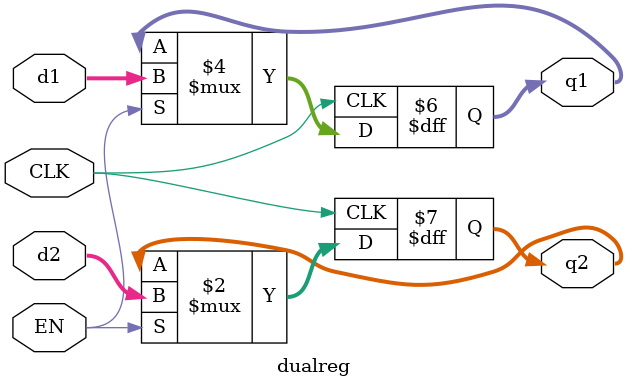
<source format=v>
`timescale 1ns / 1ps
module dualreg #(parameter M = 32 , N = 32) (input CLK , EN ,						// Clock signal
												input [M-1:0] d1 , 
												input [N-1:0] d2 ,			// 2 M-bit inputs
												output reg [M-1:0] q1 , 
												output reg [N-1:0] q2);	// 2 M-bit ouputs
												
always @(posedge CLK) begin
	if(EN) begin
		q1 <= d1;
		q2 <= d2;
	end
end

endmodule

</source>
